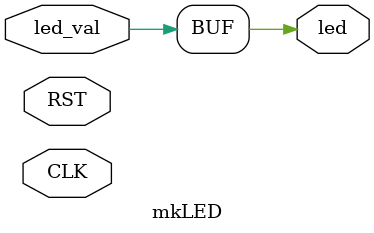
<source format=v>

`ifdef BSV_ASSIGNMENT_DELAY
`else
  `define BSV_ASSIGNMENT_DELAY
`endif

`ifdef BSV_POSITIVE_RESET
  `define BSV_RESET_VALUE 1'b1
  `define BSV_RESET_EDGE posedge
`else
  `define BSV_RESET_VALUE 1'b0
  `define BSV_RESET_EDGE negedge
`endif

module mkLED(CLK,
	     RST,

	     led_val,
	     led);
  input  CLK;
  input  RST;

  // value method led
  input  led_val;
  output led;

  // signals for module outputs
  wire led;

  // value method led
  assign led = led_val ;
endmodule  // mkLED


</source>
